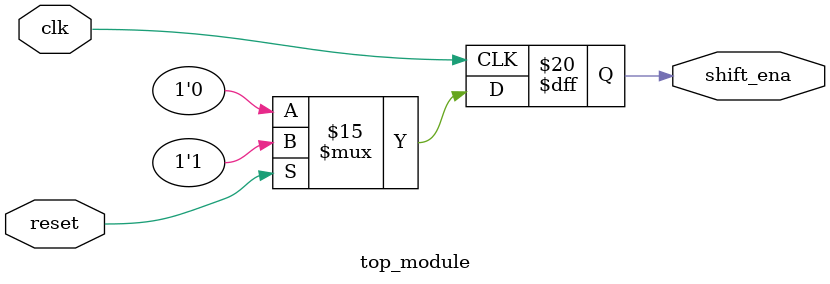
<source format=sv>
module top_module(
    input clk,
    input reset,
    output reg shift_ena);

    reg [1:0] state;
    reg [1:0] next_state;
    
    parameter IDLE = 2'b00;
    parameter SET_SHIFT_ENA = 2'b01;
    
    always @(posedge clk) begin
        if (reset) begin
            state <= IDLE;
            shift_ena <= 1'b1;
        end else begin
            state <= next_state;
            shift_ena <= 1'b0;
        end
    end
    
    always @(state) begin
        case (state)
            IDLE: begin
                if (reset) begin
                    next_state = SET_SHIFT_ENA;
                end else begin
                    next_state = IDLE;
                end
            end
            SET_SHIFT_ENA: begin
                next_state = IDLE;
            end
            default: begin
                next_state = IDLE;
            end
        endcase
    end

endmodule

</source>
